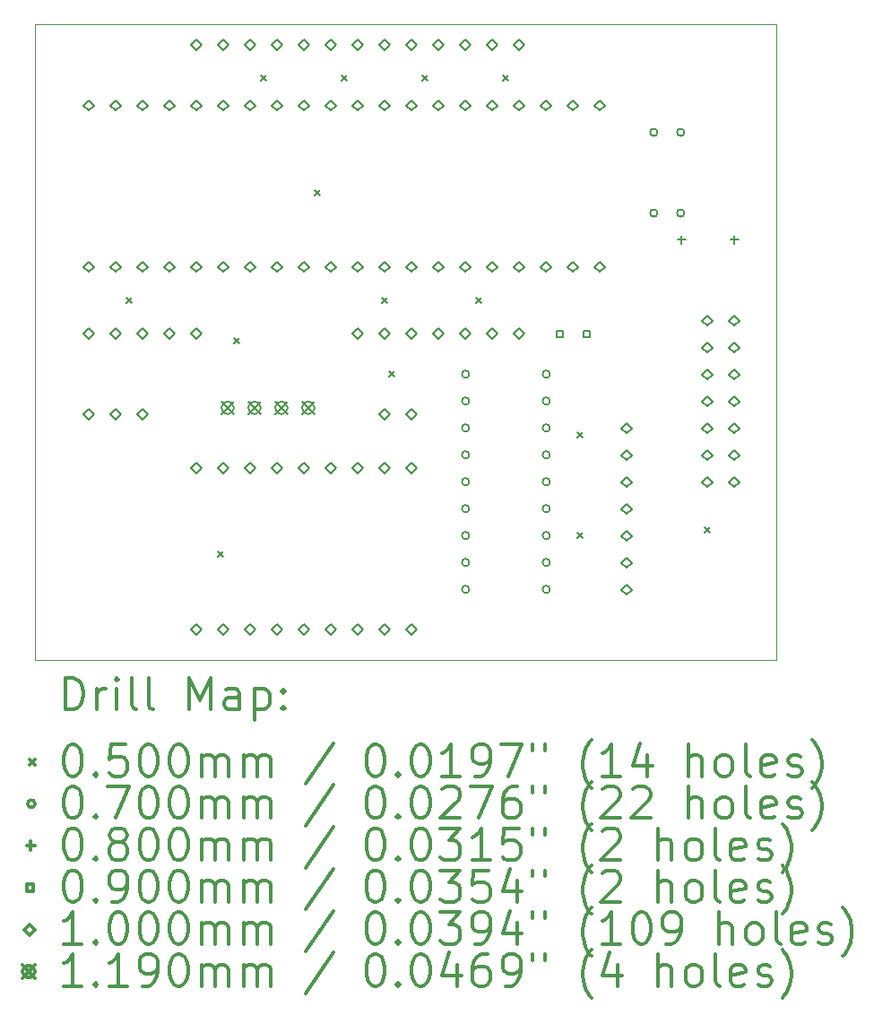
<source format=gbr>
%FSLAX45Y45*%
G04 Gerber Fmt 4.5, Leading zero omitted, Abs format (unit mm)*
G04 Created by KiCad (PCBNEW (5.1.12)-1) date 2021-11-24 17:56:23*
%MOMM*%
%LPD*%
G01*
G04 APERTURE LIST*
%TA.AperFunction,Profile*%
%ADD10C,0.050000*%
%TD*%
%ADD11C,0.200000*%
%ADD12C,0.300000*%
G04 APERTURE END LIST*
D10*
X11684000Y-12500000D02*
X11684000Y-6500000D01*
X18684000Y-12500000D02*
X11684000Y-12500000D01*
X18684000Y-6500000D02*
X18684000Y-12500000D01*
X11684000Y-6500000D02*
X18684000Y-6500000D01*
D11*
X12548000Y-9078500D02*
X12598000Y-9128500D01*
X12598000Y-9078500D02*
X12548000Y-9128500D01*
X13411600Y-11478800D02*
X13461600Y-11528800D01*
X13461600Y-11478800D02*
X13411600Y-11528800D01*
X13564000Y-9459500D02*
X13614000Y-9509500D01*
X13614000Y-9459500D02*
X13564000Y-9509500D01*
X13818000Y-6983000D02*
X13868000Y-7033000D01*
X13868000Y-6983000D02*
X13818000Y-7033000D01*
X14326000Y-8062500D02*
X14376000Y-8112500D01*
X14376000Y-8062500D02*
X14326000Y-8112500D01*
X14580000Y-6983000D02*
X14630000Y-7033000D01*
X14630000Y-6983000D02*
X14580000Y-7033000D01*
X14961000Y-9078500D02*
X15011000Y-9128500D01*
X15011000Y-9078500D02*
X14961000Y-9128500D01*
X15024500Y-9777000D02*
X15074500Y-9827000D01*
X15074500Y-9777000D02*
X15024500Y-9827000D01*
X15342000Y-6983000D02*
X15392000Y-7033000D01*
X15392000Y-6983000D02*
X15342000Y-7033000D01*
X15850000Y-9078500D02*
X15900000Y-9128500D01*
X15900000Y-9078500D02*
X15850000Y-9128500D01*
X16104000Y-6983000D02*
X16154000Y-7033000D01*
X16154000Y-6983000D02*
X16104000Y-7033000D01*
X16802500Y-10348500D02*
X16852500Y-10398500D01*
X16852500Y-10348500D02*
X16802500Y-10398500D01*
X16802500Y-11301000D02*
X16852500Y-11351000D01*
X16852500Y-11301000D02*
X16802500Y-11351000D01*
X18009000Y-11250200D02*
X18059000Y-11300200D01*
X18059000Y-11250200D02*
X18009000Y-11300200D01*
X15783000Y-9802000D02*
G75*
G03*
X15783000Y-9802000I-35000J0D01*
G01*
X15783000Y-10056000D02*
G75*
G03*
X15783000Y-10056000I-35000J0D01*
G01*
X15783000Y-10310000D02*
G75*
G03*
X15783000Y-10310000I-35000J0D01*
G01*
X15783000Y-10564000D02*
G75*
G03*
X15783000Y-10564000I-35000J0D01*
G01*
X15783000Y-10818000D02*
G75*
G03*
X15783000Y-10818000I-35000J0D01*
G01*
X15783000Y-11072000D02*
G75*
G03*
X15783000Y-11072000I-35000J0D01*
G01*
X15783000Y-11326000D02*
G75*
G03*
X15783000Y-11326000I-35000J0D01*
G01*
X15783000Y-11580000D02*
G75*
G03*
X15783000Y-11580000I-35000J0D01*
G01*
X15783000Y-11834000D02*
G75*
G03*
X15783000Y-11834000I-35000J0D01*
G01*
X16545000Y-9802000D02*
G75*
G03*
X16545000Y-9802000I-35000J0D01*
G01*
X16545000Y-10056000D02*
G75*
G03*
X16545000Y-10056000I-35000J0D01*
G01*
X16545000Y-10310000D02*
G75*
G03*
X16545000Y-10310000I-35000J0D01*
G01*
X16545000Y-10564000D02*
G75*
G03*
X16545000Y-10564000I-35000J0D01*
G01*
X16545000Y-10818000D02*
G75*
G03*
X16545000Y-10818000I-35000J0D01*
G01*
X16545000Y-11072000D02*
G75*
G03*
X16545000Y-11072000I-35000J0D01*
G01*
X16545000Y-11326000D02*
G75*
G03*
X16545000Y-11326000I-35000J0D01*
G01*
X16545000Y-11580000D02*
G75*
G03*
X16545000Y-11580000I-35000J0D01*
G01*
X16545000Y-11834000D02*
G75*
G03*
X16545000Y-11834000I-35000J0D01*
G01*
X17561000Y-7518400D02*
G75*
G03*
X17561000Y-7518400I-35000J0D01*
G01*
X17561000Y-8280400D02*
G75*
G03*
X17561000Y-8280400I-35000J0D01*
G01*
X17815000Y-7518400D02*
G75*
G03*
X17815000Y-7518400I-35000J0D01*
G01*
X17815000Y-8280400D02*
G75*
G03*
X17815000Y-8280400I-35000J0D01*
G01*
X17788000Y-8492000D02*
X17788000Y-8572000D01*
X17748000Y-8532000D02*
X17828000Y-8532000D01*
X18288000Y-8492000D02*
X18288000Y-8572000D01*
X18248000Y-8532000D02*
X18328000Y-8532000D01*
X16668820Y-9452820D02*
X16668820Y-9389180D01*
X16605180Y-9389180D01*
X16605180Y-9452820D01*
X16668820Y-9452820D01*
X16922820Y-9452820D02*
X16922820Y-9389180D01*
X16859180Y-9389180D01*
X16859180Y-9452820D01*
X16922820Y-9452820D01*
X12192000Y-7314400D02*
X12242000Y-7264400D01*
X12192000Y-7214400D01*
X12142000Y-7264400D01*
X12192000Y-7314400D01*
X12192000Y-8838400D02*
X12242000Y-8788400D01*
X12192000Y-8738400D01*
X12142000Y-8788400D01*
X12192000Y-8838400D01*
X12192000Y-9471000D02*
X12242000Y-9421000D01*
X12192000Y-9371000D01*
X12142000Y-9421000D01*
X12192000Y-9471000D01*
X12192000Y-10233000D02*
X12242000Y-10183000D01*
X12192000Y-10133000D01*
X12142000Y-10183000D01*
X12192000Y-10233000D01*
X12446000Y-7314400D02*
X12496000Y-7264400D01*
X12446000Y-7214400D01*
X12396000Y-7264400D01*
X12446000Y-7314400D01*
X12446000Y-8838400D02*
X12496000Y-8788400D01*
X12446000Y-8738400D01*
X12396000Y-8788400D01*
X12446000Y-8838400D01*
X12446000Y-9471000D02*
X12496000Y-9421000D01*
X12446000Y-9371000D01*
X12396000Y-9421000D01*
X12446000Y-9471000D01*
X12446000Y-10233000D02*
X12496000Y-10183000D01*
X12446000Y-10133000D01*
X12396000Y-10183000D01*
X12446000Y-10233000D01*
X12700000Y-7314400D02*
X12750000Y-7264400D01*
X12700000Y-7214400D01*
X12650000Y-7264400D01*
X12700000Y-7314400D01*
X12700000Y-8838400D02*
X12750000Y-8788400D01*
X12700000Y-8738400D01*
X12650000Y-8788400D01*
X12700000Y-8838400D01*
X12700000Y-9471000D02*
X12750000Y-9421000D01*
X12700000Y-9371000D01*
X12650000Y-9421000D01*
X12700000Y-9471000D01*
X12700000Y-10233000D02*
X12750000Y-10183000D01*
X12700000Y-10133000D01*
X12650000Y-10183000D01*
X12700000Y-10233000D01*
X12954000Y-7314400D02*
X13004000Y-7264400D01*
X12954000Y-7214400D01*
X12904000Y-7264400D01*
X12954000Y-7314400D01*
X12954000Y-8838400D02*
X13004000Y-8788400D01*
X12954000Y-8738400D01*
X12904000Y-8788400D01*
X12954000Y-8838400D01*
X12954000Y-9471000D02*
X13004000Y-9421000D01*
X12954000Y-9371000D01*
X12904000Y-9421000D01*
X12954000Y-9471000D01*
X13208000Y-6740000D02*
X13258000Y-6690000D01*
X13208000Y-6640000D01*
X13158000Y-6690000D01*
X13208000Y-6740000D01*
X13208000Y-7314400D02*
X13258000Y-7264400D01*
X13208000Y-7214400D01*
X13158000Y-7264400D01*
X13208000Y-7314400D01*
X13208000Y-8838400D02*
X13258000Y-8788400D01*
X13208000Y-8738400D01*
X13158000Y-8788400D01*
X13208000Y-8838400D01*
X13208000Y-9471000D02*
X13258000Y-9421000D01*
X13208000Y-9371000D01*
X13158000Y-9421000D01*
X13208000Y-9471000D01*
X13208000Y-10741000D02*
X13258000Y-10691000D01*
X13208000Y-10641000D01*
X13158000Y-10691000D01*
X13208000Y-10741000D01*
X13208000Y-12265000D02*
X13258000Y-12215000D01*
X13208000Y-12165000D01*
X13158000Y-12215000D01*
X13208000Y-12265000D01*
X13462000Y-6740000D02*
X13512000Y-6690000D01*
X13462000Y-6640000D01*
X13412000Y-6690000D01*
X13462000Y-6740000D01*
X13462000Y-7314400D02*
X13512000Y-7264400D01*
X13462000Y-7214400D01*
X13412000Y-7264400D01*
X13462000Y-7314400D01*
X13462000Y-8838400D02*
X13512000Y-8788400D01*
X13462000Y-8738400D01*
X13412000Y-8788400D01*
X13462000Y-8838400D01*
X13462000Y-10741000D02*
X13512000Y-10691000D01*
X13462000Y-10641000D01*
X13412000Y-10691000D01*
X13462000Y-10741000D01*
X13462000Y-12265000D02*
X13512000Y-12215000D01*
X13462000Y-12165000D01*
X13412000Y-12215000D01*
X13462000Y-12265000D01*
X13716000Y-6740000D02*
X13766000Y-6690000D01*
X13716000Y-6640000D01*
X13666000Y-6690000D01*
X13716000Y-6740000D01*
X13716000Y-7314400D02*
X13766000Y-7264400D01*
X13716000Y-7214400D01*
X13666000Y-7264400D01*
X13716000Y-7314400D01*
X13716000Y-8838400D02*
X13766000Y-8788400D01*
X13716000Y-8738400D01*
X13666000Y-8788400D01*
X13716000Y-8838400D01*
X13716000Y-10741000D02*
X13766000Y-10691000D01*
X13716000Y-10641000D01*
X13666000Y-10691000D01*
X13716000Y-10741000D01*
X13716000Y-12265000D02*
X13766000Y-12215000D01*
X13716000Y-12165000D01*
X13666000Y-12215000D01*
X13716000Y-12265000D01*
X13970000Y-6740000D02*
X14020000Y-6690000D01*
X13970000Y-6640000D01*
X13920000Y-6690000D01*
X13970000Y-6740000D01*
X13970000Y-7314400D02*
X14020000Y-7264400D01*
X13970000Y-7214400D01*
X13920000Y-7264400D01*
X13970000Y-7314400D01*
X13970000Y-8838400D02*
X14020000Y-8788400D01*
X13970000Y-8738400D01*
X13920000Y-8788400D01*
X13970000Y-8838400D01*
X13970000Y-10741000D02*
X14020000Y-10691000D01*
X13970000Y-10641000D01*
X13920000Y-10691000D01*
X13970000Y-10741000D01*
X13970000Y-12265000D02*
X14020000Y-12215000D01*
X13970000Y-12165000D01*
X13920000Y-12215000D01*
X13970000Y-12265000D01*
X14224000Y-6740000D02*
X14274000Y-6690000D01*
X14224000Y-6640000D01*
X14174000Y-6690000D01*
X14224000Y-6740000D01*
X14224000Y-7314400D02*
X14274000Y-7264400D01*
X14224000Y-7214400D01*
X14174000Y-7264400D01*
X14224000Y-7314400D01*
X14224000Y-8838400D02*
X14274000Y-8788400D01*
X14224000Y-8738400D01*
X14174000Y-8788400D01*
X14224000Y-8838400D01*
X14224000Y-10741000D02*
X14274000Y-10691000D01*
X14224000Y-10641000D01*
X14174000Y-10691000D01*
X14224000Y-10741000D01*
X14224000Y-12265000D02*
X14274000Y-12215000D01*
X14224000Y-12165000D01*
X14174000Y-12215000D01*
X14224000Y-12265000D01*
X14478000Y-6740000D02*
X14528000Y-6690000D01*
X14478000Y-6640000D01*
X14428000Y-6690000D01*
X14478000Y-6740000D01*
X14478000Y-7314400D02*
X14528000Y-7264400D01*
X14478000Y-7214400D01*
X14428000Y-7264400D01*
X14478000Y-7314400D01*
X14478000Y-8838400D02*
X14528000Y-8788400D01*
X14478000Y-8738400D01*
X14428000Y-8788400D01*
X14478000Y-8838400D01*
X14478000Y-10741000D02*
X14528000Y-10691000D01*
X14478000Y-10641000D01*
X14428000Y-10691000D01*
X14478000Y-10741000D01*
X14478000Y-12265000D02*
X14528000Y-12215000D01*
X14478000Y-12165000D01*
X14428000Y-12215000D01*
X14478000Y-12265000D01*
X14732000Y-6740000D02*
X14782000Y-6690000D01*
X14732000Y-6640000D01*
X14682000Y-6690000D01*
X14732000Y-6740000D01*
X14732000Y-7314400D02*
X14782000Y-7264400D01*
X14732000Y-7214400D01*
X14682000Y-7264400D01*
X14732000Y-7314400D01*
X14732000Y-8838400D02*
X14782000Y-8788400D01*
X14732000Y-8738400D01*
X14682000Y-8788400D01*
X14732000Y-8838400D01*
X14732000Y-9471000D02*
X14782000Y-9421000D01*
X14732000Y-9371000D01*
X14682000Y-9421000D01*
X14732000Y-9471000D01*
X14732000Y-10741000D02*
X14782000Y-10691000D01*
X14732000Y-10641000D01*
X14682000Y-10691000D01*
X14732000Y-10741000D01*
X14732000Y-12265000D02*
X14782000Y-12215000D01*
X14732000Y-12165000D01*
X14682000Y-12215000D01*
X14732000Y-12265000D01*
X14986000Y-6740000D02*
X15036000Y-6690000D01*
X14986000Y-6640000D01*
X14936000Y-6690000D01*
X14986000Y-6740000D01*
X14986000Y-7314400D02*
X15036000Y-7264400D01*
X14986000Y-7214400D01*
X14936000Y-7264400D01*
X14986000Y-7314400D01*
X14986000Y-8838400D02*
X15036000Y-8788400D01*
X14986000Y-8738400D01*
X14936000Y-8788400D01*
X14986000Y-8838400D01*
X14986000Y-9471000D02*
X15036000Y-9421000D01*
X14986000Y-9371000D01*
X14936000Y-9421000D01*
X14986000Y-9471000D01*
X14986000Y-10233000D02*
X15036000Y-10183000D01*
X14986000Y-10133000D01*
X14936000Y-10183000D01*
X14986000Y-10233000D01*
X14986000Y-10741000D02*
X15036000Y-10691000D01*
X14986000Y-10641000D01*
X14936000Y-10691000D01*
X14986000Y-10741000D01*
X14986000Y-12265000D02*
X15036000Y-12215000D01*
X14986000Y-12165000D01*
X14936000Y-12215000D01*
X14986000Y-12265000D01*
X15240000Y-6740000D02*
X15290000Y-6690000D01*
X15240000Y-6640000D01*
X15190000Y-6690000D01*
X15240000Y-6740000D01*
X15240000Y-7314400D02*
X15290000Y-7264400D01*
X15240000Y-7214400D01*
X15190000Y-7264400D01*
X15240000Y-7314400D01*
X15240000Y-8838400D02*
X15290000Y-8788400D01*
X15240000Y-8738400D01*
X15190000Y-8788400D01*
X15240000Y-8838400D01*
X15240000Y-9471000D02*
X15290000Y-9421000D01*
X15240000Y-9371000D01*
X15190000Y-9421000D01*
X15240000Y-9471000D01*
X15240000Y-10233000D02*
X15290000Y-10183000D01*
X15240000Y-10133000D01*
X15190000Y-10183000D01*
X15240000Y-10233000D01*
X15240000Y-10741000D02*
X15290000Y-10691000D01*
X15240000Y-10641000D01*
X15190000Y-10691000D01*
X15240000Y-10741000D01*
X15240000Y-12265000D02*
X15290000Y-12215000D01*
X15240000Y-12165000D01*
X15190000Y-12215000D01*
X15240000Y-12265000D01*
X15494000Y-6740000D02*
X15544000Y-6690000D01*
X15494000Y-6640000D01*
X15444000Y-6690000D01*
X15494000Y-6740000D01*
X15494000Y-7314400D02*
X15544000Y-7264400D01*
X15494000Y-7214400D01*
X15444000Y-7264400D01*
X15494000Y-7314400D01*
X15494000Y-8838400D02*
X15544000Y-8788400D01*
X15494000Y-8738400D01*
X15444000Y-8788400D01*
X15494000Y-8838400D01*
X15494000Y-9471000D02*
X15544000Y-9421000D01*
X15494000Y-9371000D01*
X15444000Y-9421000D01*
X15494000Y-9471000D01*
X15748000Y-6740000D02*
X15798000Y-6690000D01*
X15748000Y-6640000D01*
X15698000Y-6690000D01*
X15748000Y-6740000D01*
X15748000Y-7314400D02*
X15798000Y-7264400D01*
X15748000Y-7214400D01*
X15698000Y-7264400D01*
X15748000Y-7314400D01*
X15748000Y-8838400D02*
X15798000Y-8788400D01*
X15748000Y-8738400D01*
X15698000Y-8788400D01*
X15748000Y-8838400D01*
X15748000Y-9471000D02*
X15798000Y-9421000D01*
X15748000Y-9371000D01*
X15698000Y-9421000D01*
X15748000Y-9471000D01*
X16002000Y-6740000D02*
X16052000Y-6690000D01*
X16002000Y-6640000D01*
X15952000Y-6690000D01*
X16002000Y-6740000D01*
X16002000Y-7314400D02*
X16052000Y-7264400D01*
X16002000Y-7214400D01*
X15952000Y-7264400D01*
X16002000Y-7314400D01*
X16002000Y-8838400D02*
X16052000Y-8788400D01*
X16002000Y-8738400D01*
X15952000Y-8788400D01*
X16002000Y-8838400D01*
X16002000Y-9471000D02*
X16052000Y-9421000D01*
X16002000Y-9371000D01*
X15952000Y-9421000D01*
X16002000Y-9471000D01*
X16256000Y-6740000D02*
X16306000Y-6690000D01*
X16256000Y-6640000D01*
X16206000Y-6690000D01*
X16256000Y-6740000D01*
X16256000Y-7314400D02*
X16306000Y-7264400D01*
X16256000Y-7214400D01*
X16206000Y-7264400D01*
X16256000Y-7314400D01*
X16256000Y-8838400D02*
X16306000Y-8788400D01*
X16256000Y-8738400D01*
X16206000Y-8788400D01*
X16256000Y-8838400D01*
X16256000Y-9471000D02*
X16306000Y-9421000D01*
X16256000Y-9371000D01*
X16206000Y-9421000D01*
X16256000Y-9471000D01*
X16510000Y-7314400D02*
X16560000Y-7264400D01*
X16510000Y-7214400D01*
X16460000Y-7264400D01*
X16510000Y-7314400D01*
X16510000Y-8838400D02*
X16560000Y-8788400D01*
X16510000Y-8738400D01*
X16460000Y-8788400D01*
X16510000Y-8838400D01*
X16764000Y-7314400D02*
X16814000Y-7264400D01*
X16764000Y-7214400D01*
X16714000Y-7264400D01*
X16764000Y-7314400D01*
X16764000Y-8838400D02*
X16814000Y-8788400D01*
X16764000Y-8738400D01*
X16714000Y-8788400D01*
X16764000Y-8838400D01*
X17018000Y-7314400D02*
X17068000Y-7264400D01*
X17018000Y-7214400D01*
X16968000Y-7264400D01*
X17018000Y-7314400D01*
X17018000Y-8838400D02*
X17068000Y-8788400D01*
X17018000Y-8738400D01*
X16968000Y-8788400D01*
X17018000Y-8838400D01*
X17272000Y-10362400D02*
X17322000Y-10312400D01*
X17272000Y-10262400D01*
X17222000Y-10312400D01*
X17272000Y-10362400D01*
X17272000Y-10616400D02*
X17322000Y-10566400D01*
X17272000Y-10516400D01*
X17222000Y-10566400D01*
X17272000Y-10616400D01*
X17272000Y-10870400D02*
X17322000Y-10820400D01*
X17272000Y-10770400D01*
X17222000Y-10820400D01*
X17272000Y-10870400D01*
X17272000Y-11124400D02*
X17322000Y-11074400D01*
X17272000Y-11024400D01*
X17222000Y-11074400D01*
X17272000Y-11124400D01*
X17272000Y-11378400D02*
X17322000Y-11328400D01*
X17272000Y-11278400D01*
X17222000Y-11328400D01*
X17272000Y-11378400D01*
X17272000Y-11632400D02*
X17322000Y-11582400D01*
X17272000Y-11532400D01*
X17222000Y-11582400D01*
X17272000Y-11632400D01*
X17272000Y-11886400D02*
X17322000Y-11836400D01*
X17272000Y-11786400D01*
X17222000Y-11836400D01*
X17272000Y-11886400D01*
X18034000Y-9346400D02*
X18084000Y-9296400D01*
X18034000Y-9246400D01*
X17984000Y-9296400D01*
X18034000Y-9346400D01*
X18034000Y-9600400D02*
X18084000Y-9550400D01*
X18034000Y-9500400D01*
X17984000Y-9550400D01*
X18034000Y-9600400D01*
X18034000Y-9854400D02*
X18084000Y-9804400D01*
X18034000Y-9754400D01*
X17984000Y-9804400D01*
X18034000Y-9854400D01*
X18034000Y-10108400D02*
X18084000Y-10058400D01*
X18034000Y-10008400D01*
X17984000Y-10058400D01*
X18034000Y-10108400D01*
X18034000Y-10362400D02*
X18084000Y-10312400D01*
X18034000Y-10262400D01*
X17984000Y-10312400D01*
X18034000Y-10362400D01*
X18034000Y-10616400D02*
X18084000Y-10566400D01*
X18034000Y-10516400D01*
X17984000Y-10566400D01*
X18034000Y-10616400D01*
X18034000Y-10870400D02*
X18084000Y-10820400D01*
X18034000Y-10770400D01*
X17984000Y-10820400D01*
X18034000Y-10870400D01*
X18288000Y-9346400D02*
X18338000Y-9296400D01*
X18288000Y-9246400D01*
X18238000Y-9296400D01*
X18288000Y-9346400D01*
X18288000Y-9600400D02*
X18338000Y-9550400D01*
X18288000Y-9500400D01*
X18238000Y-9550400D01*
X18288000Y-9600400D01*
X18288000Y-9854400D02*
X18338000Y-9804400D01*
X18288000Y-9754400D01*
X18238000Y-9804400D01*
X18288000Y-9854400D01*
X18288000Y-10108400D02*
X18338000Y-10058400D01*
X18288000Y-10008400D01*
X18238000Y-10058400D01*
X18288000Y-10108400D01*
X18288000Y-10362400D02*
X18338000Y-10312400D01*
X18288000Y-10262400D01*
X18238000Y-10312400D01*
X18288000Y-10362400D01*
X18288000Y-10616400D02*
X18338000Y-10566400D01*
X18288000Y-10516400D01*
X18238000Y-10566400D01*
X18288000Y-10616400D01*
X18288000Y-10870400D02*
X18338000Y-10820400D01*
X18288000Y-10770400D01*
X18238000Y-10820400D01*
X18288000Y-10870400D01*
X13440600Y-10060000D02*
X13559600Y-10179000D01*
X13559600Y-10060000D02*
X13440600Y-10179000D01*
X13559600Y-10119500D02*
G75*
G03*
X13559600Y-10119500I-59500J0D01*
G01*
X13694600Y-10060000D02*
X13813600Y-10179000D01*
X13813600Y-10060000D02*
X13694600Y-10179000D01*
X13813600Y-10119500D02*
G75*
G03*
X13813600Y-10119500I-59500J0D01*
G01*
X13948600Y-10060000D02*
X14067600Y-10179000D01*
X14067600Y-10060000D02*
X13948600Y-10179000D01*
X14067600Y-10119500D02*
G75*
G03*
X14067600Y-10119500I-59500J0D01*
G01*
X14202600Y-10060000D02*
X14321600Y-10179000D01*
X14321600Y-10060000D02*
X14202600Y-10179000D01*
X14321600Y-10119500D02*
G75*
G03*
X14321600Y-10119500I-59500J0D01*
G01*
D12*
X11967928Y-12968214D02*
X11967928Y-12668214D01*
X12039357Y-12668214D01*
X12082214Y-12682500D01*
X12110786Y-12711071D01*
X12125071Y-12739643D01*
X12139357Y-12796786D01*
X12139357Y-12839643D01*
X12125071Y-12896786D01*
X12110786Y-12925357D01*
X12082214Y-12953929D01*
X12039357Y-12968214D01*
X11967928Y-12968214D01*
X12267928Y-12968214D02*
X12267928Y-12768214D01*
X12267928Y-12825357D02*
X12282214Y-12796786D01*
X12296500Y-12782500D01*
X12325071Y-12768214D01*
X12353643Y-12768214D01*
X12453643Y-12968214D02*
X12453643Y-12768214D01*
X12453643Y-12668214D02*
X12439357Y-12682500D01*
X12453643Y-12696786D01*
X12467928Y-12682500D01*
X12453643Y-12668214D01*
X12453643Y-12696786D01*
X12639357Y-12968214D02*
X12610786Y-12953929D01*
X12596500Y-12925357D01*
X12596500Y-12668214D01*
X12796500Y-12968214D02*
X12767928Y-12953929D01*
X12753643Y-12925357D01*
X12753643Y-12668214D01*
X13139357Y-12968214D02*
X13139357Y-12668214D01*
X13239357Y-12882500D01*
X13339357Y-12668214D01*
X13339357Y-12968214D01*
X13610786Y-12968214D02*
X13610786Y-12811071D01*
X13596500Y-12782500D01*
X13567928Y-12768214D01*
X13510786Y-12768214D01*
X13482214Y-12782500D01*
X13610786Y-12953929D02*
X13582214Y-12968214D01*
X13510786Y-12968214D01*
X13482214Y-12953929D01*
X13467928Y-12925357D01*
X13467928Y-12896786D01*
X13482214Y-12868214D01*
X13510786Y-12853929D01*
X13582214Y-12853929D01*
X13610786Y-12839643D01*
X13753643Y-12768214D02*
X13753643Y-13068214D01*
X13753643Y-12782500D02*
X13782214Y-12768214D01*
X13839357Y-12768214D01*
X13867928Y-12782500D01*
X13882214Y-12796786D01*
X13896500Y-12825357D01*
X13896500Y-12911071D01*
X13882214Y-12939643D01*
X13867928Y-12953929D01*
X13839357Y-12968214D01*
X13782214Y-12968214D01*
X13753643Y-12953929D01*
X14025071Y-12939643D02*
X14039357Y-12953929D01*
X14025071Y-12968214D01*
X14010786Y-12953929D01*
X14025071Y-12939643D01*
X14025071Y-12968214D01*
X14025071Y-12782500D02*
X14039357Y-12796786D01*
X14025071Y-12811071D01*
X14010786Y-12796786D01*
X14025071Y-12782500D01*
X14025071Y-12811071D01*
X11631500Y-13437500D02*
X11681500Y-13487500D01*
X11681500Y-13437500D02*
X11631500Y-13487500D01*
X12025071Y-13298214D02*
X12053643Y-13298214D01*
X12082214Y-13312500D01*
X12096500Y-13326786D01*
X12110786Y-13355357D01*
X12125071Y-13412500D01*
X12125071Y-13483929D01*
X12110786Y-13541071D01*
X12096500Y-13569643D01*
X12082214Y-13583929D01*
X12053643Y-13598214D01*
X12025071Y-13598214D01*
X11996500Y-13583929D01*
X11982214Y-13569643D01*
X11967928Y-13541071D01*
X11953643Y-13483929D01*
X11953643Y-13412500D01*
X11967928Y-13355357D01*
X11982214Y-13326786D01*
X11996500Y-13312500D01*
X12025071Y-13298214D01*
X12253643Y-13569643D02*
X12267928Y-13583929D01*
X12253643Y-13598214D01*
X12239357Y-13583929D01*
X12253643Y-13569643D01*
X12253643Y-13598214D01*
X12539357Y-13298214D02*
X12396500Y-13298214D01*
X12382214Y-13441071D01*
X12396500Y-13426786D01*
X12425071Y-13412500D01*
X12496500Y-13412500D01*
X12525071Y-13426786D01*
X12539357Y-13441071D01*
X12553643Y-13469643D01*
X12553643Y-13541071D01*
X12539357Y-13569643D01*
X12525071Y-13583929D01*
X12496500Y-13598214D01*
X12425071Y-13598214D01*
X12396500Y-13583929D01*
X12382214Y-13569643D01*
X12739357Y-13298214D02*
X12767928Y-13298214D01*
X12796500Y-13312500D01*
X12810786Y-13326786D01*
X12825071Y-13355357D01*
X12839357Y-13412500D01*
X12839357Y-13483929D01*
X12825071Y-13541071D01*
X12810786Y-13569643D01*
X12796500Y-13583929D01*
X12767928Y-13598214D01*
X12739357Y-13598214D01*
X12710786Y-13583929D01*
X12696500Y-13569643D01*
X12682214Y-13541071D01*
X12667928Y-13483929D01*
X12667928Y-13412500D01*
X12682214Y-13355357D01*
X12696500Y-13326786D01*
X12710786Y-13312500D01*
X12739357Y-13298214D01*
X13025071Y-13298214D02*
X13053643Y-13298214D01*
X13082214Y-13312500D01*
X13096500Y-13326786D01*
X13110786Y-13355357D01*
X13125071Y-13412500D01*
X13125071Y-13483929D01*
X13110786Y-13541071D01*
X13096500Y-13569643D01*
X13082214Y-13583929D01*
X13053643Y-13598214D01*
X13025071Y-13598214D01*
X12996500Y-13583929D01*
X12982214Y-13569643D01*
X12967928Y-13541071D01*
X12953643Y-13483929D01*
X12953643Y-13412500D01*
X12967928Y-13355357D01*
X12982214Y-13326786D01*
X12996500Y-13312500D01*
X13025071Y-13298214D01*
X13253643Y-13598214D02*
X13253643Y-13398214D01*
X13253643Y-13426786D02*
X13267928Y-13412500D01*
X13296500Y-13398214D01*
X13339357Y-13398214D01*
X13367928Y-13412500D01*
X13382214Y-13441071D01*
X13382214Y-13598214D01*
X13382214Y-13441071D02*
X13396500Y-13412500D01*
X13425071Y-13398214D01*
X13467928Y-13398214D01*
X13496500Y-13412500D01*
X13510786Y-13441071D01*
X13510786Y-13598214D01*
X13653643Y-13598214D02*
X13653643Y-13398214D01*
X13653643Y-13426786D02*
X13667928Y-13412500D01*
X13696500Y-13398214D01*
X13739357Y-13398214D01*
X13767928Y-13412500D01*
X13782214Y-13441071D01*
X13782214Y-13598214D01*
X13782214Y-13441071D02*
X13796500Y-13412500D01*
X13825071Y-13398214D01*
X13867928Y-13398214D01*
X13896500Y-13412500D01*
X13910786Y-13441071D01*
X13910786Y-13598214D01*
X14496500Y-13283929D02*
X14239357Y-13669643D01*
X14882214Y-13298214D02*
X14910786Y-13298214D01*
X14939357Y-13312500D01*
X14953643Y-13326786D01*
X14967928Y-13355357D01*
X14982214Y-13412500D01*
X14982214Y-13483929D01*
X14967928Y-13541071D01*
X14953643Y-13569643D01*
X14939357Y-13583929D01*
X14910786Y-13598214D01*
X14882214Y-13598214D01*
X14853643Y-13583929D01*
X14839357Y-13569643D01*
X14825071Y-13541071D01*
X14810786Y-13483929D01*
X14810786Y-13412500D01*
X14825071Y-13355357D01*
X14839357Y-13326786D01*
X14853643Y-13312500D01*
X14882214Y-13298214D01*
X15110786Y-13569643D02*
X15125071Y-13583929D01*
X15110786Y-13598214D01*
X15096500Y-13583929D01*
X15110786Y-13569643D01*
X15110786Y-13598214D01*
X15310786Y-13298214D02*
X15339357Y-13298214D01*
X15367928Y-13312500D01*
X15382214Y-13326786D01*
X15396500Y-13355357D01*
X15410786Y-13412500D01*
X15410786Y-13483929D01*
X15396500Y-13541071D01*
X15382214Y-13569643D01*
X15367928Y-13583929D01*
X15339357Y-13598214D01*
X15310786Y-13598214D01*
X15282214Y-13583929D01*
X15267928Y-13569643D01*
X15253643Y-13541071D01*
X15239357Y-13483929D01*
X15239357Y-13412500D01*
X15253643Y-13355357D01*
X15267928Y-13326786D01*
X15282214Y-13312500D01*
X15310786Y-13298214D01*
X15696500Y-13598214D02*
X15525071Y-13598214D01*
X15610786Y-13598214D02*
X15610786Y-13298214D01*
X15582214Y-13341071D01*
X15553643Y-13369643D01*
X15525071Y-13383929D01*
X15839357Y-13598214D02*
X15896500Y-13598214D01*
X15925071Y-13583929D01*
X15939357Y-13569643D01*
X15967928Y-13526786D01*
X15982214Y-13469643D01*
X15982214Y-13355357D01*
X15967928Y-13326786D01*
X15953643Y-13312500D01*
X15925071Y-13298214D01*
X15867928Y-13298214D01*
X15839357Y-13312500D01*
X15825071Y-13326786D01*
X15810786Y-13355357D01*
X15810786Y-13426786D01*
X15825071Y-13455357D01*
X15839357Y-13469643D01*
X15867928Y-13483929D01*
X15925071Y-13483929D01*
X15953643Y-13469643D01*
X15967928Y-13455357D01*
X15982214Y-13426786D01*
X16082214Y-13298214D02*
X16282214Y-13298214D01*
X16153643Y-13598214D01*
X16382214Y-13298214D02*
X16382214Y-13355357D01*
X16496500Y-13298214D02*
X16496500Y-13355357D01*
X16939357Y-13712500D02*
X16925071Y-13698214D01*
X16896500Y-13655357D01*
X16882214Y-13626786D01*
X16867928Y-13583929D01*
X16853643Y-13512500D01*
X16853643Y-13455357D01*
X16867928Y-13383929D01*
X16882214Y-13341071D01*
X16896500Y-13312500D01*
X16925071Y-13269643D01*
X16939357Y-13255357D01*
X17210786Y-13598214D02*
X17039357Y-13598214D01*
X17125071Y-13598214D02*
X17125071Y-13298214D01*
X17096500Y-13341071D01*
X17067928Y-13369643D01*
X17039357Y-13383929D01*
X17467928Y-13398214D02*
X17467928Y-13598214D01*
X17396500Y-13283929D02*
X17325071Y-13498214D01*
X17510786Y-13498214D01*
X17853643Y-13598214D02*
X17853643Y-13298214D01*
X17982214Y-13598214D02*
X17982214Y-13441071D01*
X17967928Y-13412500D01*
X17939357Y-13398214D01*
X17896500Y-13398214D01*
X17867928Y-13412500D01*
X17853643Y-13426786D01*
X18167928Y-13598214D02*
X18139357Y-13583929D01*
X18125071Y-13569643D01*
X18110786Y-13541071D01*
X18110786Y-13455357D01*
X18125071Y-13426786D01*
X18139357Y-13412500D01*
X18167928Y-13398214D01*
X18210786Y-13398214D01*
X18239357Y-13412500D01*
X18253643Y-13426786D01*
X18267928Y-13455357D01*
X18267928Y-13541071D01*
X18253643Y-13569643D01*
X18239357Y-13583929D01*
X18210786Y-13598214D01*
X18167928Y-13598214D01*
X18439357Y-13598214D02*
X18410786Y-13583929D01*
X18396500Y-13555357D01*
X18396500Y-13298214D01*
X18667928Y-13583929D02*
X18639357Y-13598214D01*
X18582214Y-13598214D01*
X18553643Y-13583929D01*
X18539357Y-13555357D01*
X18539357Y-13441071D01*
X18553643Y-13412500D01*
X18582214Y-13398214D01*
X18639357Y-13398214D01*
X18667928Y-13412500D01*
X18682214Y-13441071D01*
X18682214Y-13469643D01*
X18539357Y-13498214D01*
X18796500Y-13583929D02*
X18825071Y-13598214D01*
X18882214Y-13598214D01*
X18910786Y-13583929D01*
X18925071Y-13555357D01*
X18925071Y-13541071D01*
X18910786Y-13512500D01*
X18882214Y-13498214D01*
X18839357Y-13498214D01*
X18810786Y-13483929D01*
X18796500Y-13455357D01*
X18796500Y-13441071D01*
X18810786Y-13412500D01*
X18839357Y-13398214D01*
X18882214Y-13398214D01*
X18910786Y-13412500D01*
X19025071Y-13712500D02*
X19039357Y-13698214D01*
X19067928Y-13655357D01*
X19082214Y-13626786D01*
X19096500Y-13583929D01*
X19110786Y-13512500D01*
X19110786Y-13455357D01*
X19096500Y-13383929D01*
X19082214Y-13341071D01*
X19067928Y-13312500D01*
X19039357Y-13269643D01*
X19025071Y-13255357D01*
X11681500Y-13858500D02*
G75*
G03*
X11681500Y-13858500I-35000J0D01*
G01*
X12025071Y-13694214D02*
X12053643Y-13694214D01*
X12082214Y-13708500D01*
X12096500Y-13722786D01*
X12110786Y-13751357D01*
X12125071Y-13808500D01*
X12125071Y-13879929D01*
X12110786Y-13937071D01*
X12096500Y-13965643D01*
X12082214Y-13979929D01*
X12053643Y-13994214D01*
X12025071Y-13994214D01*
X11996500Y-13979929D01*
X11982214Y-13965643D01*
X11967928Y-13937071D01*
X11953643Y-13879929D01*
X11953643Y-13808500D01*
X11967928Y-13751357D01*
X11982214Y-13722786D01*
X11996500Y-13708500D01*
X12025071Y-13694214D01*
X12253643Y-13965643D02*
X12267928Y-13979929D01*
X12253643Y-13994214D01*
X12239357Y-13979929D01*
X12253643Y-13965643D01*
X12253643Y-13994214D01*
X12367928Y-13694214D02*
X12567928Y-13694214D01*
X12439357Y-13994214D01*
X12739357Y-13694214D02*
X12767928Y-13694214D01*
X12796500Y-13708500D01*
X12810786Y-13722786D01*
X12825071Y-13751357D01*
X12839357Y-13808500D01*
X12839357Y-13879929D01*
X12825071Y-13937071D01*
X12810786Y-13965643D01*
X12796500Y-13979929D01*
X12767928Y-13994214D01*
X12739357Y-13994214D01*
X12710786Y-13979929D01*
X12696500Y-13965643D01*
X12682214Y-13937071D01*
X12667928Y-13879929D01*
X12667928Y-13808500D01*
X12682214Y-13751357D01*
X12696500Y-13722786D01*
X12710786Y-13708500D01*
X12739357Y-13694214D01*
X13025071Y-13694214D02*
X13053643Y-13694214D01*
X13082214Y-13708500D01*
X13096500Y-13722786D01*
X13110786Y-13751357D01*
X13125071Y-13808500D01*
X13125071Y-13879929D01*
X13110786Y-13937071D01*
X13096500Y-13965643D01*
X13082214Y-13979929D01*
X13053643Y-13994214D01*
X13025071Y-13994214D01*
X12996500Y-13979929D01*
X12982214Y-13965643D01*
X12967928Y-13937071D01*
X12953643Y-13879929D01*
X12953643Y-13808500D01*
X12967928Y-13751357D01*
X12982214Y-13722786D01*
X12996500Y-13708500D01*
X13025071Y-13694214D01*
X13253643Y-13994214D02*
X13253643Y-13794214D01*
X13253643Y-13822786D02*
X13267928Y-13808500D01*
X13296500Y-13794214D01*
X13339357Y-13794214D01*
X13367928Y-13808500D01*
X13382214Y-13837071D01*
X13382214Y-13994214D01*
X13382214Y-13837071D02*
X13396500Y-13808500D01*
X13425071Y-13794214D01*
X13467928Y-13794214D01*
X13496500Y-13808500D01*
X13510786Y-13837071D01*
X13510786Y-13994214D01*
X13653643Y-13994214D02*
X13653643Y-13794214D01*
X13653643Y-13822786D02*
X13667928Y-13808500D01*
X13696500Y-13794214D01*
X13739357Y-13794214D01*
X13767928Y-13808500D01*
X13782214Y-13837071D01*
X13782214Y-13994214D01*
X13782214Y-13837071D02*
X13796500Y-13808500D01*
X13825071Y-13794214D01*
X13867928Y-13794214D01*
X13896500Y-13808500D01*
X13910786Y-13837071D01*
X13910786Y-13994214D01*
X14496500Y-13679929D02*
X14239357Y-14065643D01*
X14882214Y-13694214D02*
X14910786Y-13694214D01*
X14939357Y-13708500D01*
X14953643Y-13722786D01*
X14967928Y-13751357D01*
X14982214Y-13808500D01*
X14982214Y-13879929D01*
X14967928Y-13937071D01*
X14953643Y-13965643D01*
X14939357Y-13979929D01*
X14910786Y-13994214D01*
X14882214Y-13994214D01*
X14853643Y-13979929D01*
X14839357Y-13965643D01*
X14825071Y-13937071D01*
X14810786Y-13879929D01*
X14810786Y-13808500D01*
X14825071Y-13751357D01*
X14839357Y-13722786D01*
X14853643Y-13708500D01*
X14882214Y-13694214D01*
X15110786Y-13965643D02*
X15125071Y-13979929D01*
X15110786Y-13994214D01*
X15096500Y-13979929D01*
X15110786Y-13965643D01*
X15110786Y-13994214D01*
X15310786Y-13694214D02*
X15339357Y-13694214D01*
X15367928Y-13708500D01*
X15382214Y-13722786D01*
X15396500Y-13751357D01*
X15410786Y-13808500D01*
X15410786Y-13879929D01*
X15396500Y-13937071D01*
X15382214Y-13965643D01*
X15367928Y-13979929D01*
X15339357Y-13994214D01*
X15310786Y-13994214D01*
X15282214Y-13979929D01*
X15267928Y-13965643D01*
X15253643Y-13937071D01*
X15239357Y-13879929D01*
X15239357Y-13808500D01*
X15253643Y-13751357D01*
X15267928Y-13722786D01*
X15282214Y-13708500D01*
X15310786Y-13694214D01*
X15525071Y-13722786D02*
X15539357Y-13708500D01*
X15567928Y-13694214D01*
X15639357Y-13694214D01*
X15667928Y-13708500D01*
X15682214Y-13722786D01*
X15696500Y-13751357D01*
X15696500Y-13779929D01*
X15682214Y-13822786D01*
X15510786Y-13994214D01*
X15696500Y-13994214D01*
X15796500Y-13694214D02*
X15996500Y-13694214D01*
X15867928Y-13994214D01*
X16239357Y-13694214D02*
X16182214Y-13694214D01*
X16153643Y-13708500D01*
X16139357Y-13722786D01*
X16110786Y-13765643D01*
X16096500Y-13822786D01*
X16096500Y-13937071D01*
X16110786Y-13965643D01*
X16125071Y-13979929D01*
X16153643Y-13994214D01*
X16210786Y-13994214D01*
X16239357Y-13979929D01*
X16253643Y-13965643D01*
X16267928Y-13937071D01*
X16267928Y-13865643D01*
X16253643Y-13837071D01*
X16239357Y-13822786D01*
X16210786Y-13808500D01*
X16153643Y-13808500D01*
X16125071Y-13822786D01*
X16110786Y-13837071D01*
X16096500Y-13865643D01*
X16382214Y-13694214D02*
X16382214Y-13751357D01*
X16496500Y-13694214D02*
X16496500Y-13751357D01*
X16939357Y-14108500D02*
X16925071Y-14094214D01*
X16896500Y-14051357D01*
X16882214Y-14022786D01*
X16867928Y-13979929D01*
X16853643Y-13908500D01*
X16853643Y-13851357D01*
X16867928Y-13779929D01*
X16882214Y-13737071D01*
X16896500Y-13708500D01*
X16925071Y-13665643D01*
X16939357Y-13651357D01*
X17039357Y-13722786D02*
X17053643Y-13708500D01*
X17082214Y-13694214D01*
X17153643Y-13694214D01*
X17182214Y-13708500D01*
X17196500Y-13722786D01*
X17210786Y-13751357D01*
X17210786Y-13779929D01*
X17196500Y-13822786D01*
X17025071Y-13994214D01*
X17210786Y-13994214D01*
X17325071Y-13722786D02*
X17339357Y-13708500D01*
X17367928Y-13694214D01*
X17439357Y-13694214D01*
X17467928Y-13708500D01*
X17482214Y-13722786D01*
X17496500Y-13751357D01*
X17496500Y-13779929D01*
X17482214Y-13822786D01*
X17310786Y-13994214D01*
X17496500Y-13994214D01*
X17853643Y-13994214D02*
X17853643Y-13694214D01*
X17982214Y-13994214D02*
X17982214Y-13837071D01*
X17967928Y-13808500D01*
X17939357Y-13794214D01*
X17896500Y-13794214D01*
X17867928Y-13808500D01*
X17853643Y-13822786D01*
X18167928Y-13994214D02*
X18139357Y-13979929D01*
X18125071Y-13965643D01*
X18110786Y-13937071D01*
X18110786Y-13851357D01*
X18125071Y-13822786D01*
X18139357Y-13808500D01*
X18167928Y-13794214D01*
X18210786Y-13794214D01*
X18239357Y-13808500D01*
X18253643Y-13822786D01*
X18267928Y-13851357D01*
X18267928Y-13937071D01*
X18253643Y-13965643D01*
X18239357Y-13979929D01*
X18210786Y-13994214D01*
X18167928Y-13994214D01*
X18439357Y-13994214D02*
X18410786Y-13979929D01*
X18396500Y-13951357D01*
X18396500Y-13694214D01*
X18667928Y-13979929D02*
X18639357Y-13994214D01*
X18582214Y-13994214D01*
X18553643Y-13979929D01*
X18539357Y-13951357D01*
X18539357Y-13837071D01*
X18553643Y-13808500D01*
X18582214Y-13794214D01*
X18639357Y-13794214D01*
X18667928Y-13808500D01*
X18682214Y-13837071D01*
X18682214Y-13865643D01*
X18539357Y-13894214D01*
X18796500Y-13979929D02*
X18825071Y-13994214D01*
X18882214Y-13994214D01*
X18910786Y-13979929D01*
X18925071Y-13951357D01*
X18925071Y-13937071D01*
X18910786Y-13908500D01*
X18882214Y-13894214D01*
X18839357Y-13894214D01*
X18810786Y-13879929D01*
X18796500Y-13851357D01*
X18796500Y-13837071D01*
X18810786Y-13808500D01*
X18839357Y-13794214D01*
X18882214Y-13794214D01*
X18910786Y-13808500D01*
X19025071Y-14108500D02*
X19039357Y-14094214D01*
X19067928Y-14051357D01*
X19082214Y-14022786D01*
X19096500Y-13979929D01*
X19110786Y-13908500D01*
X19110786Y-13851357D01*
X19096500Y-13779929D01*
X19082214Y-13737071D01*
X19067928Y-13708500D01*
X19039357Y-13665643D01*
X19025071Y-13651357D01*
X11641500Y-14214500D02*
X11641500Y-14294500D01*
X11601500Y-14254500D02*
X11681500Y-14254500D01*
X12025071Y-14090214D02*
X12053643Y-14090214D01*
X12082214Y-14104500D01*
X12096500Y-14118786D01*
X12110786Y-14147357D01*
X12125071Y-14204500D01*
X12125071Y-14275929D01*
X12110786Y-14333071D01*
X12096500Y-14361643D01*
X12082214Y-14375929D01*
X12053643Y-14390214D01*
X12025071Y-14390214D01*
X11996500Y-14375929D01*
X11982214Y-14361643D01*
X11967928Y-14333071D01*
X11953643Y-14275929D01*
X11953643Y-14204500D01*
X11967928Y-14147357D01*
X11982214Y-14118786D01*
X11996500Y-14104500D01*
X12025071Y-14090214D01*
X12253643Y-14361643D02*
X12267928Y-14375929D01*
X12253643Y-14390214D01*
X12239357Y-14375929D01*
X12253643Y-14361643D01*
X12253643Y-14390214D01*
X12439357Y-14218786D02*
X12410786Y-14204500D01*
X12396500Y-14190214D01*
X12382214Y-14161643D01*
X12382214Y-14147357D01*
X12396500Y-14118786D01*
X12410786Y-14104500D01*
X12439357Y-14090214D01*
X12496500Y-14090214D01*
X12525071Y-14104500D01*
X12539357Y-14118786D01*
X12553643Y-14147357D01*
X12553643Y-14161643D01*
X12539357Y-14190214D01*
X12525071Y-14204500D01*
X12496500Y-14218786D01*
X12439357Y-14218786D01*
X12410786Y-14233071D01*
X12396500Y-14247357D01*
X12382214Y-14275929D01*
X12382214Y-14333071D01*
X12396500Y-14361643D01*
X12410786Y-14375929D01*
X12439357Y-14390214D01*
X12496500Y-14390214D01*
X12525071Y-14375929D01*
X12539357Y-14361643D01*
X12553643Y-14333071D01*
X12553643Y-14275929D01*
X12539357Y-14247357D01*
X12525071Y-14233071D01*
X12496500Y-14218786D01*
X12739357Y-14090214D02*
X12767928Y-14090214D01*
X12796500Y-14104500D01*
X12810786Y-14118786D01*
X12825071Y-14147357D01*
X12839357Y-14204500D01*
X12839357Y-14275929D01*
X12825071Y-14333071D01*
X12810786Y-14361643D01*
X12796500Y-14375929D01*
X12767928Y-14390214D01*
X12739357Y-14390214D01*
X12710786Y-14375929D01*
X12696500Y-14361643D01*
X12682214Y-14333071D01*
X12667928Y-14275929D01*
X12667928Y-14204500D01*
X12682214Y-14147357D01*
X12696500Y-14118786D01*
X12710786Y-14104500D01*
X12739357Y-14090214D01*
X13025071Y-14090214D02*
X13053643Y-14090214D01*
X13082214Y-14104500D01*
X13096500Y-14118786D01*
X13110786Y-14147357D01*
X13125071Y-14204500D01*
X13125071Y-14275929D01*
X13110786Y-14333071D01*
X13096500Y-14361643D01*
X13082214Y-14375929D01*
X13053643Y-14390214D01*
X13025071Y-14390214D01*
X12996500Y-14375929D01*
X12982214Y-14361643D01*
X12967928Y-14333071D01*
X12953643Y-14275929D01*
X12953643Y-14204500D01*
X12967928Y-14147357D01*
X12982214Y-14118786D01*
X12996500Y-14104500D01*
X13025071Y-14090214D01*
X13253643Y-14390214D02*
X13253643Y-14190214D01*
X13253643Y-14218786D02*
X13267928Y-14204500D01*
X13296500Y-14190214D01*
X13339357Y-14190214D01*
X13367928Y-14204500D01*
X13382214Y-14233071D01*
X13382214Y-14390214D01*
X13382214Y-14233071D02*
X13396500Y-14204500D01*
X13425071Y-14190214D01*
X13467928Y-14190214D01*
X13496500Y-14204500D01*
X13510786Y-14233071D01*
X13510786Y-14390214D01*
X13653643Y-14390214D02*
X13653643Y-14190214D01*
X13653643Y-14218786D02*
X13667928Y-14204500D01*
X13696500Y-14190214D01*
X13739357Y-14190214D01*
X13767928Y-14204500D01*
X13782214Y-14233071D01*
X13782214Y-14390214D01*
X13782214Y-14233071D02*
X13796500Y-14204500D01*
X13825071Y-14190214D01*
X13867928Y-14190214D01*
X13896500Y-14204500D01*
X13910786Y-14233071D01*
X13910786Y-14390214D01*
X14496500Y-14075929D02*
X14239357Y-14461643D01*
X14882214Y-14090214D02*
X14910786Y-14090214D01*
X14939357Y-14104500D01*
X14953643Y-14118786D01*
X14967928Y-14147357D01*
X14982214Y-14204500D01*
X14982214Y-14275929D01*
X14967928Y-14333071D01*
X14953643Y-14361643D01*
X14939357Y-14375929D01*
X14910786Y-14390214D01*
X14882214Y-14390214D01*
X14853643Y-14375929D01*
X14839357Y-14361643D01*
X14825071Y-14333071D01*
X14810786Y-14275929D01*
X14810786Y-14204500D01*
X14825071Y-14147357D01*
X14839357Y-14118786D01*
X14853643Y-14104500D01*
X14882214Y-14090214D01*
X15110786Y-14361643D02*
X15125071Y-14375929D01*
X15110786Y-14390214D01*
X15096500Y-14375929D01*
X15110786Y-14361643D01*
X15110786Y-14390214D01*
X15310786Y-14090214D02*
X15339357Y-14090214D01*
X15367928Y-14104500D01*
X15382214Y-14118786D01*
X15396500Y-14147357D01*
X15410786Y-14204500D01*
X15410786Y-14275929D01*
X15396500Y-14333071D01*
X15382214Y-14361643D01*
X15367928Y-14375929D01*
X15339357Y-14390214D01*
X15310786Y-14390214D01*
X15282214Y-14375929D01*
X15267928Y-14361643D01*
X15253643Y-14333071D01*
X15239357Y-14275929D01*
X15239357Y-14204500D01*
X15253643Y-14147357D01*
X15267928Y-14118786D01*
X15282214Y-14104500D01*
X15310786Y-14090214D01*
X15510786Y-14090214D02*
X15696500Y-14090214D01*
X15596500Y-14204500D01*
X15639357Y-14204500D01*
X15667928Y-14218786D01*
X15682214Y-14233071D01*
X15696500Y-14261643D01*
X15696500Y-14333071D01*
X15682214Y-14361643D01*
X15667928Y-14375929D01*
X15639357Y-14390214D01*
X15553643Y-14390214D01*
X15525071Y-14375929D01*
X15510786Y-14361643D01*
X15982214Y-14390214D02*
X15810786Y-14390214D01*
X15896500Y-14390214D02*
X15896500Y-14090214D01*
X15867928Y-14133071D01*
X15839357Y-14161643D01*
X15810786Y-14175929D01*
X16253643Y-14090214D02*
X16110786Y-14090214D01*
X16096500Y-14233071D01*
X16110786Y-14218786D01*
X16139357Y-14204500D01*
X16210786Y-14204500D01*
X16239357Y-14218786D01*
X16253643Y-14233071D01*
X16267928Y-14261643D01*
X16267928Y-14333071D01*
X16253643Y-14361643D01*
X16239357Y-14375929D01*
X16210786Y-14390214D01*
X16139357Y-14390214D01*
X16110786Y-14375929D01*
X16096500Y-14361643D01*
X16382214Y-14090214D02*
X16382214Y-14147357D01*
X16496500Y-14090214D02*
X16496500Y-14147357D01*
X16939357Y-14504500D02*
X16925071Y-14490214D01*
X16896500Y-14447357D01*
X16882214Y-14418786D01*
X16867928Y-14375929D01*
X16853643Y-14304500D01*
X16853643Y-14247357D01*
X16867928Y-14175929D01*
X16882214Y-14133071D01*
X16896500Y-14104500D01*
X16925071Y-14061643D01*
X16939357Y-14047357D01*
X17039357Y-14118786D02*
X17053643Y-14104500D01*
X17082214Y-14090214D01*
X17153643Y-14090214D01*
X17182214Y-14104500D01*
X17196500Y-14118786D01*
X17210786Y-14147357D01*
X17210786Y-14175929D01*
X17196500Y-14218786D01*
X17025071Y-14390214D01*
X17210786Y-14390214D01*
X17567928Y-14390214D02*
X17567928Y-14090214D01*
X17696500Y-14390214D02*
X17696500Y-14233071D01*
X17682214Y-14204500D01*
X17653643Y-14190214D01*
X17610786Y-14190214D01*
X17582214Y-14204500D01*
X17567928Y-14218786D01*
X17882214Y-14390214D02*
X17853643Y-14375929D01*
X17839357Y-14361643D01*
X17825071Y-14333071D01*
X17825071Y-14247357D01*
X17839357Y-14218786D01*
X17853643Y-14204500D01*
X17882214Y-14190214D01*
X17925071Y-14190214D01*
X17953643Y-14204500D01*
X17967928Y-14218786D01*
X17982214Y-14247357D01*
X17982214Y-14333071D01*
X17967928Y-14361643D01*
X17953643Y-14375929D01*
X17925071Y-14390214D01*
X17882214Y-14390214D01*
X18153643Y-14390214D02*
X18125071Y-14375929D01*
X18110786Y-14347357D01*
X18110786Y-14090214D01*
X18382214Y-14375929D02*
X18353643Y-14390214D01*
X18296500Y-14390214D01*
X18267928Y-14375929D01*
X18253643Y-14347357D01*
X18253643Y-14233071D01*
X18267928Y-14204500D01*
X18296500Y-14190214D01*
X18353643Y-14190214D01*
X18382214Y-14204500D01*
X18396500Y-14233071D01*
X18396500Y-14261643D01*
X18253643Y-14290214D01*
X18510786Y-14375929D02*
X18539357Y-14390214D01*
X18596500Y-14390214D01*
X18625071Y-14375929D01*
X18639357Y-14347357D01*
X18639357Y-14333071D01*
X18625071Y-14304500D01*
X18596500Y-14290214D01*
X18553643Y-14290214D01*
X18525071Y-14275929D01*
X18510786Y-14247357D01*
X18510786Y-14233071D01*
X18525071Y-14204500D01*
X18553643Y-14190214D01*
X18596500Y-14190214D01*
X18625071Y-14204500D01*
X18739357Y-14504500D02*
X18753643Y-14490214D01*
X18782214Y-14447357D01*
X18796500Y-14418786D01*
X18810786Y-14375929D01*
X18825071Y-14304500D01*
X18825071Y-14247357D01*
X18810786Y-14175929D01*
X18796500Y-14133071D01*
X18782214Y-14104500D01*
X18753643Y-14061643D01*
X18739357Y-14047357D01*
X11668320Y-14682320D02*
X11668320Y-14618680D01*
X11604680Y-14618680D01*
X11604680Y-14682320D01*
X11668320Y-14682320D01*
X12025071Y-14486214D02*
X12053643Y-14486214D01*
X12082214Y-14500500D01*
X12096500Y-14514786D01*
X12110786Y-14543357D01*
X12125071Y-14600500D01*
X12125071Y-14671929D01*
X12110786Y-14729071D01*
X12096500Y-14757643D01*
X12082214Y-14771929D01*
X12053643Y-14786214D01*
X12025071Y-14786214D01*
X11996500Y-14771929D01*
X11982214Y-14757643D01*
X11967928Y-14729071D01*
X11953643Y-14671929D01*
X11953643Y-14600500D01*
X11967928Y-14543357D01*
X11982214Y-14514786D01*
X11996500Y-14500500D01*
X12025071Y-14486214D01*
X12253643Y-14757643D02*
X12267928Y-14771929D01*
X12253643Y-14786214D01*
X12239357Y-14771929D01*
X12253643Y-14757643D01*
X12253643Y-14786214D01*
X12410786Y-14786214D02*
X12467928Y-14786214D01*
X12496500Y-14771929D01*
X12510786Y-14757643D01*
X12539357Y-14714786D01*
X12553643Y-14657643D01*
X12553643Y-14543357D01*
X12539357Y-14514786D01*
X12525071Y-14500500D01*
X12496500Y-14486214D01*
X12439357Y-14486214D01*
X12410786Y-14500500D01*
X12396500Y-14514786D01*
X12382214Y-14543357D01*
X12382214Y-14614786D01*
X12396500Y-14643357D01*
X12410786Y-14657643D01*
X12439357Y-14671929D01*
X12496500Y-14671929D01*
X12525071Y-14657643D01*
X12539357Y-14643357D01*
X12553643Y-14614786D01*
X12739357Y-14486214D02*
X12767928Y-14486214D01*
X12796500Y-14500500D01*
X12810786Y-14514786D01*
X12825071Y-14543357D01*
X12839357Y-14600500D01*
X12839357Y-14671929D01*
X12825071Y-14729071D01*
X12810786Y-14757643D01*
X12796500Y-14771929D01*
X12767928Y-14786214D01*
X12739357Y-14786214D01*
X12710786Y-14771929D01*
X12696500Y-14757643D01*
X12682214Y-14729071D01*
X12667928Y-14671929D01*
X12667928Y-14600500D01*
X12682214Y-14543357D01*
X12696500Y-14514786D01*
X12710786Y-14500500D01*
X12739357Y-14486214D01*
X13025071Y-14486214D02*
X13053643Y-14486214D01*
X13082214Y-14500500D01*
X13096500Y-14514786D01*
X13110786Y-14543357D01*
X13125071Y-14600500D01*
X13125071Y-14671929D01*
X13110786Y-14729071D01*
X13096500Y-14757643D01*
X13082214Y-14771929D01*
X13053643Y-14786214D01*
X13025071Y-14786214D01*
X12996500Y-14771929D01*
X12982214Y-14757643D01*
X12967928Y-14729071D01*
X12953643Y-14671929D01*
X12953643Y-14600500D01*
X12967928Y-14543357D01*
X12982214Y-14514786D01*
X12996500Y-14500500D01*
X13025071Y-14486214D01*
X13253643Y-14786214D02*
X13253643Y-14586214D01*
X13253643Y-14614786D02*
X13267928Y-14600500D01*
X13296500Y-14586214D01*
X13339357Y-14586214D01*
X13367928Y-14600500D01*
X13382214Y-14629071D01*
X13382214Y-14786214D01*
X13382214Y-14629071D02*
X13396500Y-14600500D01*
X13425071Y-14586214D01*
X13467928Y-14586214D01*
X13496500Y-14600500D01*
X13510786Y-14629071D01*
X13510786Y-14786214D01*
X13653643Y-14786214D02*
X13653643Y-14586214D01*
X13653643Y-14614786D02*
X13667928Y-14600500D01*
X13696500Y-14586214D01*
X13739357Y-14586214D01*
X13767928Y-14600500D01*
X13782214Y-14629071D01*
X13782214Y-14786214D01*
X13782214Y-14629071D02*
X13796500Y-14600500D01*
X13825071Y-14586214D01*
X13867928Y-14586214D01*
X13896500Y-14600500D01*
X13910786Y-14629071D01*
X13910786Y-14786214D01*
X14496500Y-14471929D02*
X14239357Y-14857643D01*
X14882214Y-14486214D02*
X14910786Y-14486214D01*
X14939357Y-14500500D01*
X14953643Y-14514786D01*
X14967928Y-14543357D01*
X14982214Y-14600500D01*
X14982214Y-14671929D01*
X14967928Y-14729071D01*
X14953643Y-14757643D01*
X14939357Y-14771929D01*
X14910786Y-14786214D01*
X14882214Y-14786214D01*
X14853643Y-14771929D01*
X14839357Y-14757643D01*
X14825071Y-14729071D01*
X14810786Y-14671929D01*
X14810786Y-14600500D01*
X14825071Y-14543357D01*
X14839357Y-14514786D01*
X14853643Y-14500500D01*
X14882214Y-14486214D01*
X15110786Y-14757643D02*
X15125071Y-14771929D01*
X15110786Y-14786214D01*
X15096500Y-14771929D01*
X15110786Y-14757643D01*
X15110786Y-14786214D01*
X15310786Y-14486214D02*
X15339357Y-14486214D01*
X15367928Y-14500500D01*
X15382214Y-14514786D01*
X15396500Y-14543357D01*
X15410786Y-14600500D01*
X15410786Y-14671929D01*
X15396500Y-14729071D01*
X15382214Y-14757643D01*
X15367928Y-14771929D01*
X15339357Y-14786214D01*
X15310786Y-14786214D01*
X15282214Y-14771929D01*
X15267928Y-14757643D01*
X15253643Y-14729071D01*
X15239357Y-14671929D01*
X15239357Y-14600500D01*
X15253643Y-14543357D01*
X15267928Y-14514786D01*
X15282214Y-14500500D01*
X15310786Y-14486214D01*
X15510786Y-14486214D02*
X15696500Y-14486214D01*
X15596500Y-14600500D01*
X15639357Y-14600500D01*
X15667928Y-14614786D01*
X15682214Y-14629071D01*
X15696500Y-14657643D01*
X15696500Y-14729071D01*
X15682214Y-14757643D01*
X15667928Y-14771929D01*
X15639357Y-14786214D01*
X15553643Y-14786214D01*
X15525071Y-14771929D01*
X15510786Y-14757643D01*
X15967928Y-14486214D02*
X15825071Y-14486214D01*
X15810786Y-14629071D01*
X15825071Y-14614786D01*
X15853643Y-14600500D01*
X15925071Y-14600500D01*
X15953643Y-14614786D01*
X15967928Y-14629071D01*
X15982214Y-14657643D01*
X15982214Y-14729071D01*
X15967928Y-14757643D01*
X15953643Y-14771929D01*
X15925071Y-14786214D01*
X15853643Y-14786214D01*
X15825071Y-14771929D01*
X15810786Y-14757643D01*
X16239357Y-14586214D02*
X16239357Y-14786214D01*
X16167928Y-14471929D02*
X16096500Y-14686214D01*
X16282214Y-14686214D01*
X16382214Y-14486214D02*
X16382214Y-14543357D01*
X16496500Y-14486214D02*
X16496500Y-14543357D01*
X16939357Y-14900500D02*
X16925071Y-14886214D01*
X16896500Y-14843357D01*
X16882214Y-14814786D01*
X16867928Y-14771929D01*
X16853643Y-14700500D01*
X16853643Y-14643357D01*
X16867928Y-14571929D01*
X16882214Y-14529071D01*
X16896500Y-14500500D01*
X16925071Y-14457643D01*
X16939357Y-14443357D01*
X17039357Y-14514786D02*
X17053643Y-14500500D01*
X17082214Y-14486214D01*
X17153643Y-14486214D01*
X17182214Y-14500500D01*
X17196500Y-14514786D01*
X17210786Y-14543357D01*
X17210786Y-14571929D01*
X17196500Y-14614786D01*
X17025071Y-14786214D01*
X17210786Y-14786214D01*
X17567928Y-14786214D02*
X17567928Y-14486214D01*
X17696500Y-14786214D02*
X17696500Y-14629071D01*
X17682214Y-14600500D01*
X17653643Y-14586214D01*
X17610786Y-14586214D01*
X17582214Y-14600500D01*
X17567928Y-14614786D01*
X17882214Y-14786214D02*
X17853643Y-14771929D01*
X17839357Y-14757643D01*
X17825071Y-14729071D01*
X17825071Y-14643357D01*
X17839357Y-14614786D01*
X17853643Y-14600500D01*
X17882214Y-14586214D01*
X17925071Y-14586214D01*
X17953643Y-14600500D01*
X17967928Y-14614786D01*
X17982214Y-14643357D01*
X17982214Y-14729071D01*
X17967928Y-14757643D01*
X17953643Y-14771929D01*
X17925071Y-14786214D01*
X17882214Y-14786214D01*
X18153643Y-14786214D02*
X18125071Y-14771929D01*
X18110786Y-14743357D01*
X18110786Y-14486214D01*
X18382214Y-14771929D02*
X18353643Y-14786214D01*
X18296500Y-14786214D01*
X18267928Y-14771929D01*
X18253643Y-14743357D01*
X18253643Y-14629071D01*
X18267928Y-14600500D01*
X18296500Y-14586214D01*
X18353643Y-14586214D01*
X18382214Y-14600500D01*
X18396500Y-14629071D01*
X18396500Y-14657643D01*
X18253643Y-14686214D01*
X18510786Y-14771929D02*
X18539357Y-14786214D01*
X18596500Y-14786214D01*
X18625071Y-14771929D01*
X18639357Y-14743357D01*
X18639357Y-14729071D01*
X18625071Y-14700500D01*
X18596500Y-14686214D01*
X18553643Y-14686214D01*
X18525071Y-14671929D01*
X18510786Y-14643357D01*
X18510786Y-14629071D01*
X18525071Y-14600500D01*
X18553643Y-14586214D01*
X18596500Y-14586214D01*
X18625071Y-14600500D01*
X18739357Y-14900500D02*
X18753643Y-14886214D01*
X18782214Y-14843357D01*
X18796500Y-14814786D01*
X18810786Y-14771929D01*
X18825071Y-14700500D01*
X18825071Y-14643357D01*
X18810786Y-14571929D01*
X18796500Y-14529071D01*
X18782214Y-14500500D01*
X18753643Y-14457643D01*
X18739357Y-14443357D01*
X11631500Y-15096500D02*
X11681500Y-15046500D01*
X11631500Y-14996500D01*
X11581500Y-15046500D01*
X11631500Y-15096500D01*
X12125071Y-15182214D02*
X11953643Y-15182214D01*
X12039357Y-15182214D02*
X12039357Y-14882214D01*
X12010786Y-14925071D01*
X11982214Y-14953643D01*
X11953643Y-14967929D01*
X12253643Y-15153643D02*
X12267928Y-15167929D01*
X12253643Y-15182214D01*
X12239357Y-15167929D01*
X12253643Y-15153643D01*
X12253643Y-15182214D01*
X12453643Y-14882214D02*
X12482214Y-14882214D01*
X12510786Y-14896500D01*
X12525071Y-14910786D01*
X12539357Y-14939357D01*
X12553643Y-14996500D01*
X12553643Y-15067929D01*
X12539357Y-15125071D01*
X12525071Y-15153643D01*
X12510786Y-15167929D01*
X12482214Y-15182214D01*
X12453643Y-15182214D01*
X12425071Y-15167929D01*
X12410786Y-15153643D01*
X12396500Y-15125071D01*
X12382214Y-15067929D01*
X12382214Y-14996500D01*
X12396500Y-14939357D01*
X12410786Y-14910786D01*
X12425071Y-14896500D01*
X12453643Y-14882214D01*
X12739357Y-14882214D02*
X12767928Y-14882214D01*
X12796500Y-14896500D01*
X12810786Y-14910786D01*
X12825071Y-14939357D01*
X12839357Y-14996500D01*
X12839357Y-15067929D01*
X12825071Y-15125071D01*
X12810786Y-15153643D01*
X12796500Y-15167929D01*
X12767928Y-15182214D01*
X12739357Y-15182214D01*
X12710786Y-15167929D01*
X12696500Y-15153643D01*
X12682214Y-15125071D01*
X12667928Y-15067929D01*
X12667928Y-14996500D01*
X12682214Y-14939357D01*
X12696500Y-14910786D01*
X12710786Y-14896500D01*
X12739357Y-14882214D01*
X13025071Y-14882214D02*
X13053643Y-14882214D01*
X13082214Y-14896500D01*
X13096500Y-14910786D01*
X13110786Y-14939357D01*
X13125071Y-14996500D01*
X13125071Y-15067929D01*
X13110786Y-15125071D01*
X13096500Y-15153643D01*
X13082214Y-15167929D01*
X13053643Y-15182214D01*
X13025071Y-15182214D01*
X12996500Y-15167929D01*
X12982214Y-15153643D01*
X12967928Y-15125071D01*
X12953643Y-15067929D01*
X12953643Y-14996500D01*
X12967928Y-14939357D01*
X12982214Y-14910786D01*
X12996500Y-14896500D01*
X13025071Y-14882214D01*
X13253643Y-15182214D02*
X13253643Y-14982214D01*
X13253643Y-15010786D02*
X13267928Y-14996500D01*
X13296500Y-14982214D01*
X13339357Y-14982214D01*
X13367928Y-14996500D01*
X13382214Y-15025071D01*
X13382214Y-15182214D01*
X13382214Y-15025071D02*
X13396500Y-14996500D01*
X13425071Y-14982214D01*
X13467928Y-14982214D01*
X13496500Y-14996500D01*
X13510786Y-15025071D01*
X13510786Y-15182214D01*
X13653643Y-15182214D02*
X13653643Y-14982214D01*
X13653643Y-15010786D02*
X13667928Y-14996500D01*
X13696500Y-14982214D01*
X13739357Y-14982214D01*
X13767928Y-14996500D01*
X13782214Y-15025071D01*
X13782214Y-15182214D01*
X13782214Y-15025071D02*
X13796500Y-14996500D01*
X13825071Y-14982214D01*
X13867928Y-14982214D01*
X13896500Y-14996500D01*
X13910786Y-15025071D01*
X13910786Y-15182214D01*
X14496500Y-14867929D02*
X14239357Y-15253643D01*
X14882214Y-14882214D02*
X14910786Y-14882214D01*
X14939357Y-14896500D01*
X14953643Y-14910786D01*
X14967928Y-14939357D01*
X14982214Y-14996500D01*
X14982214Y-15067929D01*
X14967928Y-15125071D01*
X14953643Y-15153643D01*
X14939357Y-15167929D01*
X14910786Y-15182214D01*
X14882214Y-15182214D01*
X14853643Y-15167929D01*
X14839357Y-15153643D01*
X14825071Y-15125071D01*
X14810786Y-15067929D01*
X14810786Y-14996500D01*
X14825071Y-14939357D01*
X14839357Y-14910786D01*
X14853643Y-14896500D01*
X14882214Y-14882214D01*
X15110786Y-15153643D02*
X15125071Y-15167929D01*
X15110786Y-15182214D01*
X15096500Y-15167929D01*
X15110786Y-15153643D01*
X15110786Y-15182214D01*
X15310786Y-14882214D02*
X15339357Y-14882214D01*
X15367928Y-14896500D01*
X15382214Y-14910786D01*
X15396500Y-14939357D01*
X15410786Y-14996500D01*
X15410786Y-15067929D01*
X15396500Y-15125071D01*
X15382214Y-15153643D01*
X15367928Y-15167929D01*
X15339357Y-15182214D01*
X15310786Y-15182214D01*
X15282214Y-15167929D01*
X15267928Y-15153643D01*
X15253643Y-15125071D01*
X15239357Y-15067929D01*
X15239357Y-14996500D01*
X15253643Y-14939357D01*
X15267928Y-14910786D01*
X15282214Y-14896500D01*
X15310786Y-14882214D01*
X15510786Y-14882214D02*
X15696500Y-14882214D01*
X15596500Y-14996500D01*
X15639357Y-14996500D01*
X15667928Y-15010786D01*
X15682214Y-15025071D01*
X15696500Y-15053643D01*
X15696500Y-15125071D01*
X15682214Y-15153643D01*
X15667928Y-15167929D01*
X15639357Y-15182214D01*
X15553643Y-15182214D01*
X15525071Y-15167929D01*
X15510786Y-15153643D01*
X15839357Y-15182214D02*
X15896500Y-15182214D01*
X15925071Y-15167929D01*
X15939357Y-15153643D01*
X15967928Y-15110786D01*
X15982214Y-15053643D01*
X15982214Y-14939357D01*
X15967928Y-14910786D01*
X15953643Y-14896500D01*
X15925071Y-14882214D01*
X15867928Y-14882214D01*
X15839357Y-14896500D01*
X15825071Y-14910786D01*
X15810786Y-14939357D01*
X15810786Y-15010786D01*
X15825071Y-15039357D01*
X15839357Y-15053643D01*
X15867928Y-15067929D01*
X15925071Y-15067929D01*
X15953643Y-15053643D01*
X15967928Y-15039357D01*
X15982214Y-15010786D01*
X16239357Y-14982214D02*
X16239357Y-15182214D01*
X16167928Y-14867929D02*
X16096500Y-15082214D01*
X16282214Y-15082214D01*
X16382214Y-14882214D02*
X16382214Y-14939357D01*
X16496500Y-14882214D02*
X16496500Y-14939357D01*
X16939357Y-15296500D02*
X16925071Y-15282214D01*
X16896500Y-15239357D01*
X16882214Y-15210786D01*
X16867928Y-15167929D01*
X16853643Y-15096500D01*
X16853643Y-15039357D01*
X16867928Y-14967929D01*
X16882214Y-14925071D01*
X16896500Y-14896500D01*
X16925071Y-14853643D01*
X16939357Y-14839357D01*
X17210786Y-15182214D02*
X17039357Y-15182214D01*
X17125071Y-15182214D02*
X17125071Y-14882214D01*
X17096500Y-14925071D01*
X17067928Y-14953643D01*
X17039357Y-14967929D01*
X17396500Y-14882214D02*
X17425071Y-14882214D01*
X17453643Y-14896500D01*
X17467928Y-14910786D01*
X17482214Y-14939357D01*
X17496500Y-14996500D01*
X17496500Y-15067929D01*
X17482214Y-15125071D01*
X17467928Y-15153643D01*
X17453643Y-15167929D01*
X17425071Y-15182214D01*
X17396500Y-15182214D01*
X17367928Y-15167929D01*
X17353643Y-15153643D01*
X17339357Y-15125071D01*
X17325071Y-15067929D01*
X17325071Y-14996500D01*
X17339357Y-14939357D01*
X17353643Y-14910786D01*
X17367928Y-14896500D01*
X17396500Y-14882214D01*
X17639357Y-15182214D02*
X17696500Y-15182214D01*
X17725071Y-15167929D01*
X17739357Y-15153643D01*
X17767928Y-15110786D01*
X17782214Y-15053643D01*
X17782214Y-14939357D01*
X17767928Y-14910786D01*
X17753643Y-14896500D01*
X17725071Y-14882214D01*
X17667928Y-14882214D01*
X17639357Y-14896500D01*
X17625071Y-14910786D01*
X17610786Y-14939357D01*
X17610786Y-15010786D01*
X17625071Y-15039357D01*
X17639357Y-15053643D01*
X17667928Y-15067929D01*
X17725071Y-15067929D01*
X17753643Y-15053643D01*
X17767928Y-15039357D01*
X17782214Y-15010786D01*
X18139357Y-15182214D02*
X18139357Y-14882214D01*
X18267928Y-15182214D02*
X18267928Y-15025071D01*
X18253643Y-14996500D01*
X18225071Y-14982214D01*
X18182214Y-14982214D01*
X18153643Y-14996500D01*
X18139357Y-15010786D01*
X18453643Y-15182214D02*
X18425071Y-15167929D01*
X18410786Y-15153643D01*
X18396500Y-15125071D01*
X18396500Y-15039357D01*
X18410786Y-15010786D01*
X18425071Y-14996500D01*
X18453643Y-14982214D01*
X18496500Y-14982214D01*
X18525071Y-14996500D01*
X18539357Y-15010786D01*
X18553643Y-15039357D01*
X18553643Y-15125071D01*
X18539357Y-15153643D01*
X18525071Y-15167929D01*
X18496500Y-15182214D01*
X18453643Y-15182214D01*
X18725071Y-15182214D02*
X18696500Y-15167929D01*
X18682214Y-15139357D01*
X18682214Y-14882214D01*
X18953643Y-15167929D02*
X18925071Y-15182214D01*
X18867928Y-15182214D01*
X18839357Y-15167929D01*
X18825071Y-15139357D01*
X18825071Y-15025071D01*
X18839357Y-14996500D01*
X18867928Y-14982214D01*
X18925071Y-14982214D01*
X18953643Y-14996500D01*
X18967928Y-15025071D01*
X18967928Y-15053643D01*
X18825071Y-15082214D01*
X19082214Y-15167929D02*
X19110786Y-15182214D01*
X19167928Y-15182214D01*
X19196500Y-15167929D01*
X19210786Y-15139357D01*
X19210786Y-15125071D01*
X19196500Y-15096500D01*
X19167928Y-15082214D01*
X19125071Y-15082214D01*
X19096500Y-15067929D01*
X19082214Y-15039357D01*
X19082214Y-15025071D01*
X19096500Y-14996500D01*
X19125071Y-14982214D01*
X19167928Y-14982214D01*
X19196500Y-14996500D01*
X19310786Y-15296500D02*
X19325071Y-15282214D01*
X19353643Y-15239357D01*
X19367928Y-15210786D01*
X19382214Y-15167929D01*
X19396500Y-15096500D01*
X19396500Y-15039357D01*
X19382214Y-14967929D01*
X19367928Y-14925071D01*
X19353643Y-14896500D01*
X19325071Y-14853643D01*
X19310786Y-14839357D01*
X11562500Y-15383000D02*
X11681500Y-15502000D01*
X11681500Y-15383000D02*
X11562500Y-15502000D01*
X11681500Y-15442500D02*
G75*
G03*
X11681500Y-15442500I-59500J0D01*
G01*
X12125071Y-15578214D02*
X11953643Y-15578214D01*
X12039357Y-15578214D02*
X12039357Y-15278214D01*
X12010786Y-15321071D01*
X11982214Y-15349643D01*
X11953643Y-15363929D01*
X12253643Y-15549643D02*
X12267928Y-15563929D01*
X12253643Y-15578214D01*
X12239357Y-15563929D01*
X12253643Y-15549643D01*
X12253643Y-15578214D01*
X12553643Y-15578214D02*
X12382214Y-15578214D01*
X12467928Y-15578214D02*
X12467928Y-15278214D01*
X12439357Y-15321071D01*
X12410786Y-15349643D01*
X12382214Y-15363929D01*
X12696500Y-15578214D02*
X12753643Y-15578214D01*
X12782214Y-15563929D01*
X12796500Y-15549643D01*
X12825071Y-15506786D01*
X12839357Y-15449643D01*
X12839357Y-15335357D01*
X12825071Y-15306786D01*
X12810786Y-15292500D01*
X12782214Y-15278214D01*
X12725071Y-15278214D01*
X12696500Y-15292500D01*
X12682214Y-15306786D01*
X12667928Y-15335357D01*
X12667928Y-15406786D01*
X12682214Y-15435357D01*
X12696500Y-15449643D01*
X12725071Y-15463929D01*
X12782214Y-15463929D01*
X12810786Y-15449643D01*
X12825071Y-15435357D01*
X12839357Y-15406786D01*
X13025071Y-15278214D02*
X13053643Y-15278214D01*
X13082214Y-15292500D01*
X13096500Y-15306786D01*
X13110786Y-15335357D01*
X13125071Y-15392500D01*
X13125071Y-15463929D01*
X13110786Y-15521071D01*
X13096500Y-15549643D01*
X13082214Y-15563929D01*
X13053643Y-15578214D01*
X13025071Y-15578214D01*
X12996500Y-15563929D01*
X12982214Y-15549643D01*
X12967928Y-15521071D01*
X12953643Y-15463929D01*
X12953643Y-15392500D01*
X12967928Y-15335357D01*
X12982214Y-15306786D01*
X12996500Y-15292500D01*
X13025071Y-15278214D01*
X13253643Y-15578214D02*
X13253643Y-15378214D01*
X13253643Y-15406786D02*
X13267928Y-15392500D01*
X13296500Y-15378214D01*
X13339357Y-15378214D01*
X13367928Y-15392500D01*
X13382214Y-15421071D01*
X13382214Y-15578214D01*
X13382214Y-15421071D02*
X13396500Y-15392500D01*
X13425071Y-15378214D01*
X13467928Y-15378214D01*
X13496500Y-15392500D01*
X13510786Y-15421071D01*
X13510786Y-15578214D01*
X13653643Y-15578214D02*
X13653643Y-15378214D01*
X13653643Y-15406786D02*
X13667928Y-15392500D01*
X13696500Y-15378214D01*
X13739357Y-15378214D01*
X13767928Y-15392500D01*
X13782214Y-15421071D01*
X13782214Y-15578214D01*
X13782214Y-15421071D02*
X13796500Y-15392500D01*
X13825071Y-15378214D01*
X13867928Y-15378214D01*
X13896500Y-15392500D01*
X13910786Y-15421071D01*
X13910786Y-15578214D01*
X14496500Y-15263929D02*
X14239357Y-15649643D01*
X14882214Y-15278214D02*
X14910786Y-15278214D01*
X14939357Y-15292500D01*
X14953643Y-15306786D01*
X14967928Y-15335357D01*
X14982214Y-15392500D01*
X14982214Y-15463929D01*
X14967928Y-15521071D01*
X14953643Y-15549643D01*
X14939357Y-15563929D01*
X14910786Y-15578214D01*
X14882214Y-15578214D01*
X14853643Y-15563929D01*
X14839357Y-15549643D01*
X14825071Y-15521071D01*
X14810786Y-15463929D01*
X14810786Y-15392500D01*
X14825071Y-15335357D01*
X14839357Y-15306786D01*
X14853643Y-15292500D01*
X14882214Y-15278214D01*
X15110786Y-15549643D02*
X15125071Y-15563929D01*
X15110786Y-15578214D01*
X15096500Y-15563929D01*
X15110786Y-15549643D01*
X15110786Y-15578214D01*
X15310786Y-15278214D02*
X15339357Y-15278214D01*
X15367928Y-15292500D01*
X15382214Y-15306786D01*
X15396500Y-15335357D01*
X15410786Y-15392500D01*
X15410786Y-15463929D01*
X15396500Y-15521071D01*
X15382214Y-15549643D01*
X15367928Y-15563929D01*
X15339357Y-15578214D01*
X15310786Y-15578214D01*
X15282214Y-15563929D01*
X15267928Y-15549643D01*
X15253643Y-15521071D01*
X15239357Y-15463929D01*
X15239357Y-15392500D01*
X15253643Y-15335357D01*
X15267928Y-15306786D01*
X15282214Y-15292500D01*
X15310786Y-15278214D01*
X15667928Y-15378214D02*
X15667928Y-15578214D01*
X15596500Y-15263929D02*
X15525071Y-15478214D01*
X15710786Y-15478214D01*
X15953643Y-15278214D02*
X15896500Y-15278214D01*
X15867928Y-15292500D01*
X15853643Y-15306786D01*
X15825071Y-15349643D01*
X15810786Y-15406786D01*
X15810786Y-15521071D01*
X15825071Y-15549643D01*
X15839357Y-15563929D01*
X15867928Y-15578214D01*
X15925071Y-15578214D01*
X15953643Y-15563929D01*
X15967928Y-15549643D01*
X15982214Y-15521071D01*
X15982214Y-15449643D01*
X15967928Y-15421071D01*
X15953643Y-15406786D01*
X15925071Y-15392500D01*
X15867928Y-15392500D01*
X15839357Y-15406786D01*
X15825071Y-15421071D01*
X15810786Y-15449643D01*
X16125071Y-15578214D02*
X16182214Y-15578214D01*
X16210786Y-15563929D01*
X16225071Y-15549643D01*
X16253643Y-15506786D01*
X16267928Y-15449643D01*
X16267928Y-15335357D01*
X16253643Y-15306786D01*
X16239357Y-15292500D01*
X16210786Y-15278214D01*
X16153643Y-15278214D01*
X16125071Y-15292500D01*
X16110786Y-15306786D01*
X16096500Y-15335357D01*
X16096500Y-15406786D01*
X16110786Y-15435357D01*
X16125071Y-15449643D01*
X16153643Y-15463929D01*
X16210786Y-15463929D01*
X16239357Y-15449643D01*
X16253643Y-15435357D01*
X16267928Y-15406786D01*
X16382214Y-15278214D02*
X16382214Y-15335357D01*
X16496500Y-15278214D02*
X16496500Y-15335357D01*
X16939357Y-15692500D02*
X16925071Y-15678214D01*
X16896500Y-15635357D01*
X16882214Y-15606786D01*
X16867928Y-15563929D01*
X16853643Y-15492500D01*
X16853643Y-15435357D01*
X16867928Y-15363929D01*
X16882214Y-15321071D01*
X16896500Y-15292500D01*
X16925071Y-15249643D01*
X16939357Y-15235357D01*
X17182214Y-15378214D02*
X17182214Y-15578214D01*
X17110786Y-15263929D02*
X17039357Y-15478214D01*
X17225071Y-15478214D01*
X17567928Y-15578214D02*
X17567928Y-15278214D01*
X17696500Y-15578214D02*
X17696500Y-15421071D01*
X17682214Y-15392500D01*
X17653643Y-15378214D01*
X17610786Y-15378214D01*
X17582214Y-15392500D01*
X17567928Y-15406786D01*
X17882214Y-15578214D02*
X17853643Y-15563929D01*
X17839357Y-15549643D01*
X17825071Y-15521071D01*
X17825071Y-15435357D01*
X17839357Y-15406786D01*
X17853643Y-15392500D01*
X17882214Y-15378214D01*
X17925071Y-15378214D01*
X17953643Y-15392500D01*
X17967928Y-15406786D01*
X17982214Y-15435357D01*
X17982214Y-15521071D01*
X17967928Y-15549643D01*
X17953643Y-15563929D01*
X17925071Y-15578214D01*
X17882214Y-15578214D01*
X18153643Y-15578214D02*
X18125071Y-15563929D01*
X18110786Y-15535357D01*
X18110786Y-15278214D01*
X18382214Y-15563929D02*
X18353643Y-15578214D01*
X18296500Y-15578214D01*
X18267928Y-15563929D01*
X18253643Y-15535357D01*
X18253643Y-15421071D01*
X18267928Y-15392500D01*
X18296500Y-15378214D01*
X18353643Y-15378214D01*
X18382214Y-15392500D01*
X18396500Y-15421071D01*
X18396500Y-15449643D01*
X18253643Y-15478214D01*
X18510786Y-15563929D02*
X18539357Y-15578214D01*
X18596500Y-15578214D01*
X18625071Y-15563929D01*
X18639357Y-15535357D01*
X18639357Y-15521071D01*
X18625071Y-15492500D01*
X18596500Y-15478214D01*
X18553643Y-15478214D01*
X18525071Y-15463929D01*
X18510786Y-15435357D01*
X18510786Y-15421071D01*
X18525071Y-15392500D01*
X18553643Y-15378214D01*
X18596500Y-15378214D01*
X18625071Y-15392500D01*
X18739357Y-15692500D02*
X18753643Y-15678214D01*
X18782214Y-15635357D01*
X18796500Y-15606786D01*
X18810786Y-15563929D01*
X18825071Y-15492500D01*
X18825071Y-15435357D01*
X18810786Y-15363929D01*
X18796500Y-15321071D01*
X18782214Y-15292500D01*
X18753643Y-15249643D01*
X18739357Y-15235357D01*
M02*

</source>
